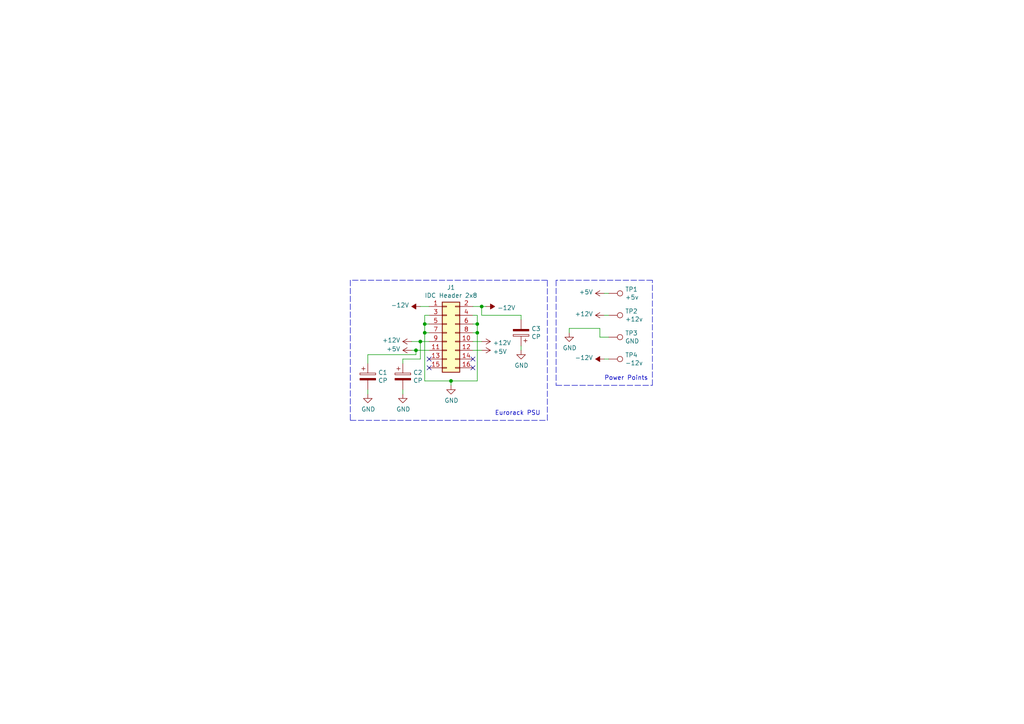
<source format=kicad_sch>
(kicad_sch (version 20211123) (generator eeschema)
  (paper "A4")
  (title_block (title "Eurorack prototype 4HP with power") (date "2022-01-23") (rev "2.1") (comment 3 "Released under CERN Open Hardware Licence Version 2 - Strongly Reciprocal") (comment 4 "Designed by: Rafael G. Martins"))
  (lib_symbols
    (symbol "Connector:TestPoint" (pin_numbers hide) (pin_names (offset 0.762) hide)
      (property "Reference" "TP" (at 0 6.858 0))
      (property "Value" "TestPoint" (at 0 5.08 0))
      (symbol "TestPoint_0_1"
        (circle (center 0 3.302) (radius 0.762))
      )
      (symbol "TestPoint_1_1"
        (pin passive line (at 0 0 90) (length 2.54) (name "1") (number "1"))
      )
    )
    (symbol "Connector_Generic:Conn_02x08_Odd_Even" (pin_names (offset 1.016) hide)
      (property "Reference" "J" (at 1.27 10.16 0))
      (property "Value" "Conn_02x08_Odd_Even" (at 1.27 -12.7 0))
      (symbol "Conn_02x08_Odd_Even_1_1"
        (rectangle (start -1.27 -10.033) (end 0 -10.287) (stroke (width 0.1524)))
        (rectangle (start -1.27 -7.493) (end 0 -7.747) (stroke (width 0.1524)))
        (rectangle (start -1.27 -4.953) (end 0 -5.207) (stroke (width 0.1524)))
        (rectangle (start -1.27 -2.413) (end 0 -2.667) (stroke (width 0.1524)))
        (rectangle (start -1.27 0.127) (end 0 -0.127) (stroke (width 0.1524)))
        (rectangle (start -1.27 2.667) (end 0 2.413) (stroke (width 0.1524)))
        (rectangle (start -1.27 5.207) (end 0 4.953) (stroke (width 0.1524)))
        (rectangle (start -1.27 7.747) (end 0 7.493) (stroke (width 0.1524)))
        (rectangle (start -1.27 8.89) (end 3.81 -11.43) (stroke (width 0.254)) (fill (type background)))
        (rectangle (start 3.81 -10.033) (end 2.54 -10.287) (stroke (width 0.1524)))
        (rectangle (start 3.81 -7.493) (end 2.54 -7.747) (stroke (width 0.1524)))
        (rectangle (start 3.81 -4.953) (end 2.54 -5.207) (stroke (width 0.1524)))
        (rectangle (start 3.81 -2.413) (end 2.54 -2.667) (stroke (width 0.1524)))
        (rectangle (start 3.81 0.127) (end 2.54 -0.127) (stroke (width 0.1524)))
        (rectangle (start 3.81 2.667) (end 2.54 2.413) (stroke (width 0.1524)))
        (rectangle (start 3.81 5.207) (end 2.54 4.953) (stroke (width 0.1524)))
        (rectangle (start 3.81 7.747) (end 2.54 7.493) (stroke (width 0.1524)))
        (pin passive line (at -5.08 7.62 0) (length 3.81) (name "Pin_1") (number "1"))
        (pin passive line (at 7.62 -2.54 180) (length 3.81) (name "Pin_10") (number "10"))
        (pin passive line (at -5.08 -5.08 0) (length 3.81) (name "Pin_11") (number "11"))
        (pin passive line (at 7.62 -5.08 180) (length 3.81) (name "Pin_12") (number "12"))
        (pin passive line (at -5.08 -7.62 0) (length 3.81) (name "Pin_13") (number "13"))
        (pin passive line (at 7.62 -7.62 180) (length 3.81) (name "Pin_14") (number "14"))
        (pin passive line (at -5.08 -10.16 0) (length 3.81) (name "Pin_15") (number "15"))
        (pin passive line (at 7.62 -10.16 180) (length 3.81) (name "Pin_16") (number "16"))
        (pin passive line (at 7.62 7.62 180) (length 3.81) (name "Pin_2") (number "2"))
        (pin passive line (at -5.08 5.08 0) (length 3.81) (name "Pin_3") (number "3"))
        (pin passive line (at 7.62 5.08 180) (length 3.81) (name "Pin_4") (number "4"))
        (pin passive line (at -5.08 2.54 0) (length 3.81) (name "Pin_5") (number "5"))
        (pin passive line (at 7.62 2.54 180) (length 3.81) (name "Pin_6") (number "6"))
        (pin passive line (at -5.08 0 0) (length 3.81) (name "Pin_7") (number "7"))
        (pin passive line (at 7.62 0 180) (length 3.81) (name "Pin_8") (number "8"))
        (pin passive line (at -5.08 -2.54 0) (length 3.81) (name "Pin_9") (number "9"))
      )
    )
    (symbol "Device:C_Polarized" (pin_numbers hide) (pin_names (offset 0.254))
      (property "Reference" "C" (at 0.635 2.54 0))
      (property "Value" "C_Polarized" (at 0.635 -2.54 0))
      (symbol "C_Polarized_0_1"
        (rectangle (start -2.286 0.508) (end 2.286 1.016))
        (polyline (pts (xy -1.778 2.286) (xy -0.762 2.286)))
        (polyline (pts (xy -1.27 2.794) (xy -1.27 1.778)))
        (rectangle (start 2.286 -0.508) (end -2.286 -1.016) (fill (type outline)))
      )
      (symbol "C_Polarized_1_1"
        (pin passive line (at 0 3.81 270) (length 2.794) (name "~") (number "1"))
        (pin passive line (at 0 -3.81 90) (length 2.794) (name "~") (number "2"))
      )
    )
    (symbol "power:+12V" (power) (pin_names (offset 0))
      (property "Value" "+12V" (at 0 3.556 0))
      (symbol "+12V_0_1"
        (polyline (pts (xy -0.762 1.27) (xy 0 2.54)))
        (polyline (pts (xy 0 0) (xy 0 2.54)))
        (polyline (pts (xy 0 2.54) (xy 0.762 1.27)))
      )
      (symbol "+12V_1_1"
        (pin power_in line (at 0 0 90) (length 0) hide (name "+12V") (number "1"))
      )
    )
    (symbol "power:+5V" (power) (pin_names (offset 0))
      (property "Value" "+5V" (at 0 3.556 0))
      (symbol "+5V_0_1"
        (polyline (pts (xy -0.762 1.27) (xy 0 2.54)))
        (polyline (pts (xy 0 0) (xy 0 2.54)))
        (polyline (pts (xy 0 2.54) (xy 0.762 1.27)))
      )
      (symbol "+5V_1_1"
        (pin power_in line (at 0 0 90) (length 0) hide (name "+5V") (number "1"))
      )
    )
    (symbol "power:-12V" (power) (pin_names (offset 0))
      (property "Value" "-12V" (at 0 3.81 0))
      (symbol "-12V_0_0"
        (pin power_in line (at 0 0 90) (length 0) hide (name "-12V") (number "1"))
      )
      (symbol "-12V_0_1"
        (polyline (pts (xy 0 0) (xy 0 1.27) (xy 0.762 1.27) (xy 0 2.54) (xy -0.762 1.27) (xy 0 1.27)) (fill (type outline)))
      )
    )
    (symbol "power:GND" (power) (pin_names (offset 0))
      (property "Value" "GND" (at 0 -3.81 0))
      (symbol "GND_0_1"
        (polyline (pts (xy 0 0) (xy 0 -1.27) (xy 1.27 -1.27) (xy 0 -2.54) (xy -1.27 -1.27) (xy 0 -1.27)))
      )
      (symbol "GND_1_1"
        (pin power_in line (at 0 0 270) (length 0) hide (name "GND") (number "1"))
      )
    )
  )
  (junction (at 138.43 96.52))
  (junction (at 123.19 93.98))
  (junction (at 123.19 96.52))
  (junction (at 121.92 99.06))
  (junction (at 138.43 93.98))
  (junction (at 120.65 101.6))
  (junction (at 139.7 88.9))
  (junction (at 130.81 110.49))
  (no_connect (at 137.16 104.14))
  (no_connect (at 124.46 104.14))
  (no_connect (at 137.16 106.68))
  (no_connect (at 124.46 106.68))
  (wire (pts (xy 165.1 95.25) (xy 173.99 95.25)))
  (wire (pts (xy 121.92 104.14) (xy 121.92 99.06)))
  (wire (pts (xy 173.99 97.79) (xy 176.53 97.79)))
  (wire (pts (xy 123.19 93.98) (xy 123.19 91.44)))
  (wire (pts (xy 175.26 85.09) (xy 176.53 85.09)))
  (wire (pts (xy 138.43 91.44) (xy 137.16 91.44)))
  (wire (pts (xy 138.43 96.52) (xy 138.43 93.98)))
  (polyline (pts (xy 158.75 121.92) (xy 158.75 81.28)))
  (polyline (pts (xy 158.75 81.28) (xy 101.6 81.28)))
  (polyline (pts (xy 101.6 81.28) (xy 101.6 121.92)))
  (wire (pts (xy 116.84 105.41) (xy 116.84 104.14)))
  (wire (pts (xy 123.19 110.49) (xy 130.81 110.49)))
  (wire (pts (xy 124.46 96.52) (xy 123.19 96.52)))
  (polyline (pts (xy 101.6 121.92) (xy 158.75 121.92)))
  (wire (pts (xy 120.65 102.87) (xy 120.65 101.6)))
  (wire (pts (xy 175.26 104.14) (xy 176.53 104.14)))
  (wire (pts (xy 138.43 110.49) (xy 138.43 96.52)))
  (wire (pts (xy 137.16 101.6) (xy 139.7 101.6)))
  (wire (pts (xy 120.65 101.6) (xy 124.46 101.6)))
  (polyline (pts (xy 161.29 81.28) (xy 161.29 111.76)))
  (wire (pts (xy 106.68 105.41) (xy 106.68 102.87)))
  (wire (pts (xy 173.99 95.25) (xy 173.99 97.79)))
  (wire (pts (xy 106.68 114.3) (xy 106.68 113.03)))
  (wire (pts (xy 137.16 99.06) (xy 139.7 99.06)))
  (wire (pts (xy 151.13 92.71) (xy 151.13 91.44)))
  (wire (pts (xy 123.19 91.44) (xy 124.46 91.44)))
  (wire (pts (xy 139.7 91.44) (xy 151.13 91.44)))
  (wire (pts (xy 138.43 93.98) (xy 138.43 91.44)))
  (wire (pts (xy 116.84 104.14) (xy 121.92 104.14)))
  (wire (pts (xy 139.7 88.9) (xy 139.7 91.44)))
  (wire (pts (xy 121.92 99.06) (xy 124.46 99.06)))
  (wire (pts (xy 137.16 88.9) (xy 139.7 88.9)))
  (wire (pts (xy 151.13 101.6) (xy 151.13 100.33)))
  (wire (pts (xy 116.84 114.3) (xy 116.84 113.03)))
  (wire (pts (xy 123.19 110.49) (xy 123.19 96.52)))
  (wire (pts (xy 137.16 96.52) (xy 138.43 96.52)))
  (wire (pts (xy 130.81 110.49) (xy 138.43 110.49)))
  (wire (pts (xy 119.38 101.6) (xy 120.65 101.6)))
  (wire (pts (xy 137.16 93.98) (xy 138.43 93.98)))
  (polyline (pts (xy 189.23 81.28) (xy 161.29 81.28)))
  (wire (pts (xy 165.1 96.52) (xy 165.1 95.25)))
  (wire (pts (xy 123.19 96.52) (xy 123.19 93.98)))
  (wire (pts (xy 119.38 99.06) (xy 121.92 99.06)))
  (wire (pts (xy 139.7 88.9) (xy 140.97 88.9)))
  (polyline (pts (xy 161.29 111.76) (xy 189.23 111.76)))
  (wire (pts (xy 175.26 91.44) (xy 176.53 91.44)))
  (wire (pts (xy 106.68 102.87) (xy 120.65 102.87)))
  (wire (pts (xy 130.81 111.76) (xy 130.81 110.49)))
  (polyline (pts (xy 189.23 111.76) (xy 189.23 81.28)))
  (wire (pts (xy 124.46 93.98) (xy 123.19 93.98)))
  (wire (pts (xy 121.92 88.9) (xy 124.46 88.9)))
  (text "Power Points" (at 175.26 110.49 0) (effects (font (size 1.27 1.27)) (justify left bottom)))
  (text "Eurorack PSU" (at 143.51 120.65 0) (effects (font (size 1.27 1.27)) (justify left bottom)))
  (symbol (lib_id "Connector:TestPoint") (at 176.53 85.09 270) (unit 1)
    (property "Reference" "TP1" (at 181.3052 83.9216 90) (effects (justify left)))
    (property "Value" "+5v" (at 181.3052 86.233 90) (effects (justify left)))
    (property "Footprint" "TestPoint:TestPoint_THTPad_D2.5mm_Drill1.2mm" (effects hide))
  )
  (symbol (lib_id "Connector_Generic:Conn_02x08_Odd_Even") (at 129.54 96.52 0) (unit 1)
    (property "Reference" "J1" (at 130.81 83.3882 0))
    (property "Value" "IDC Header 2x8" (at 130.81 85.6996 0))
    (property "Footprint" "Connector_IDC:IDC-Header_2x08_P2.54mm_Vertical" (effects hide))
  )
  (symbol (lib_id "power:GND") (at 130.81 111.76 0) (unit 1)
    (property "Reference" "#PWR0101" (effects hide))
    (property "Value" "GND" (at 130.937 116.1542 0))
  )
  (symbol (lib_id "power:-12V") (at 121.92 88.9 90) (unit 1)
    (property "Reference" "#PWR0102" (effects hide))
    (property "Value" "-12V" (at 118.6688 88.519 90) (effects (justify left)))
  )
  (symbol (lib_id "power:-12V") (at 140.97 88.9 270) (unit 1)
    (property "Reference" "#PWR0103" (effects hide))
    (property "Value" "-12V" (at 144.2212 89.281 90) (effects (justify left)))
  )
  (symbol (lib_id "power:+12V") (at 119.38 99.06 90) (unit 1)
    (property "Reference" "#PWR0104" (effects hide))
    (property "Value" "+12V" (at 116.1288 98.679 90) (effects (justify left)))
  )
  (symbol (lib_id "power:+12V") (at 139.7 99.06 270) (unit 1)
    (property "Reference" "#PWR0105" (effects hide))
    (property "Value" "+12V" (at 142.9512 99.441 90) (effects (justify left)))
  )
  (symbol (lib_id "power:+5V") (at 119.38 101.6 90) (unit 1)
    (property "Reference" "#PWR0106" (effects hide))
    (property "Value" "+5V" (at 116.1288 101.219 90) (effects (justify left)))
  )
  (symbol (lib_id "power:+5V") (at 139.7 101.6 270) (unit 1)
    (property "Reference" "#PWR0107" (effects hide))
    (property "Value" "+5V" (at 142.9512 101.981 90) (effects (justify left)))
  )
  (symbol (lib_id "Device:C_Polarized") (at 106.68 109.22 0) (unit 1)
    (property "Reference" "C1" (at 109.6772 108.0516 0) (effects (justify left)))
    (property "Value" "CP" (at 109.6772 110.363 0) (effects (justify left)))
    (property "Footprint" "Capacitor_THT:CP_Radial_D5.0mm_P2.50mm" (effects hide))
  )
  (symbol (lib_id "Device:C_Polarized") (at 116.84 109.22 0) (unit 1)
    (property "Reference" "C2" (at 119.8372 108.0516 0) (effects (justify left)))
    (property "Value" "CP" (at 119.8372 110.363 0) (effects (justify left)))
    (property "Footprint" "Capacitor_THT:CP_Radial_D5.0mm_P2.50mm" (effects hide))
  )
  (symbol (lib_id "power:GND") (at 106.68 114.3 0) (unit 1)
    (property "Reference" "#PWR0108" (effects hide))
    (property "Value" "GND" (at 106.807 118.6942 0))
  )
  (symbol (lib_id "power:GND") (at 116.84 114.3 0) (unit 1)
    (property "Reference" "#PWR0109" (effects hide))
    (property "Value" "GND" (at 116.967 118.6942 0))
  )
  (symbol (lib_id "Device:C_Polarized") (at 151.13 96.52 180) (unit 1)
    (property "Reference" "C3" (at 154.1272 95.3516 0) (effects (justify right)))
    (property "Value" "CP" (at 154.1272 97.663 0) (effects (justify right)))
    (property "Footprint" "Capacitor_THT:CP_Radial_D5.0mm_P2.50mm" (effects hide))
  )
  (symbol (lib_id "power:GND") (at 151.13 101.6 0) (unit 1)
    (property "Reference" "#PWR0110" (effects hide))
    (property "Value" "GND" (at 151.257 105.9942 0))
  )
  (symbol (lib_id "Connector:TestPoint") (at 176.53 91.44 270) (unit 1)
    (property "Reference" "TP2" (at 181.3052 90.2716 90) (effects (justify left)))
    (property "Value" "+12v" (at 181.3052 92.583 90) (effects (justify left)))
    (property "Footprint" "TestPoint:TestPoint_THTPad_D2.5mm_Drill1.2mm" (effects hide))
  )
  (symbol (lib_id "Connector:TestPoint") (at 176.53 97.79 270) (unit 1)
    (property "Reference" "TP3" (at 181.3052 96.6216 90) (effects (justify left)))
    (property "Value" "GND" (at 181.3052 98.933 90) (effects (justify left)))
    (property "Footprint" "TestPoint:TestPoint_THTPad_D2.5mm_Drill1.2mm" (effects hide))
  )
  (symbol (lib_id "Connector:TestPoint") (at 176.53 104.14 270) (unit 1)
    (property "Reference" "TP4" (at 181.3052 102.9716 90) (effects (justify left)))
    (property "Value" "-12v" (at 181.3052 105.283 90) (effects (justify left)))
    (property "Footprint" "TestPoint:TestPoint_THTPad_D2.5mm_Drill1.2mm" (effects hide))
  )
  (symbol (lib_id "power:+5V") (at 175.26 85.09 90) (unit 1)
    (property "Reference" "#PWR0111" (effects hide))
    (property "Value" "+5V" (at 172.0088 84.709 90) (effects (justify left)))
  )
  (symbol (lib_id "power:+12V") (at 175.26 91.44 90) (unit 1)
    (property "Reference" "#PWR0112" (effects hide))
    (property "Value" "+12V" (at 172.0088 91.059 90) (effects (justify left)))
  )
  (symbol (lib_id "power:GND") (at 165.1 96.52 0) (unit 1)
    (property "Reference" "#PWR0113" (effects hide))
    (property "Value" "GND" (at 165.227 100.9142 0))
  )
  (symbol (lib_id "power:-12V") (at 175.26 104.14 90) (unit 1)
    (property "Reference" "#PWR0114" (effects hide))
    (property "Value" "-12V" (at 172.0088 103.759 90) (effects (justify left)))
  )
)
</source>
